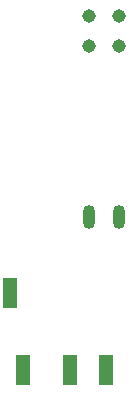
<source format=gbr>
%TF.GenerationSoftware,KiCad,Pcbnew,7.0.2-0*%
%TF.CreationDate,2023-12-07T17:55:22-05:00*%
%TF.ProjectId,Flare,466c6172-652e-46b6-9963-61645f706362,rev?*%
%TF.SameCoordinates,Original*%
%TF.FileFunction,Paste,Top*%
%TF.FilePolarity,Positive*%
%FSLAX46Y46*%
G04 Gerber Fmt 4.6, Leading zero omitted, Abs format (unit mm)*
G04 Created by KiCad (PCBNEW 7.0.2-0) date 2023-12-07 17:55:22*
%MOMM*%
%LPD*%
G01*
G04 APERTURE LIST*
%ADD10R,1.200000X2.500000*%
%ADD11O,1.016000X2.032000*%
%ADD12C,1.143000*%
G04 APERTURE END LIST*
D10*
%TO.C,U2*%
X106850000Y-46756250D03*
X107950000Y-53256250D03*
X111950000Y-53256250D03*
X114950000Y-53256250D03*
%TD*%
D11*
%TO.C,U1*%
X113519417Y-40274560D03*
X116069417Y-40274560D03*
D12*
X113518220Y-23270373D03*
X116058220Y-23270373D03*
X113518220Y-25810373D03*
X116058220Y-25810373D03*
%TD*%
M02*

</source>
